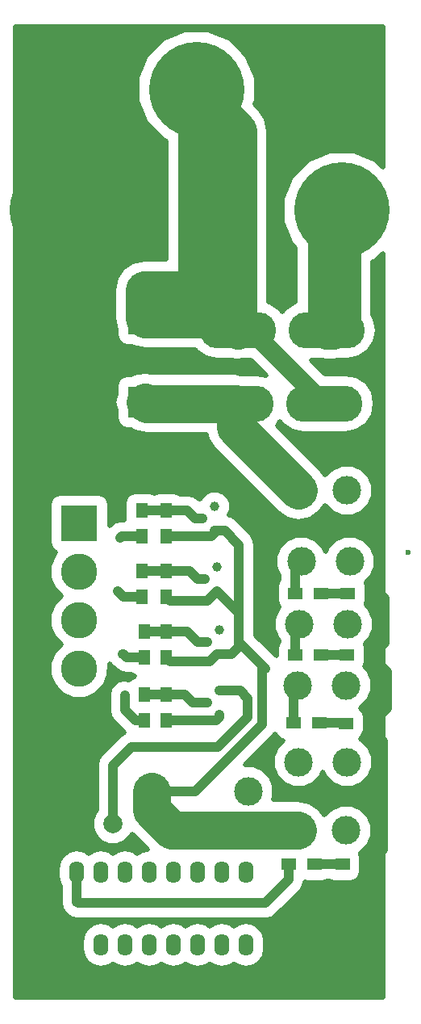
<source format=gbr>
G04 #@! TF.FileFunction,Copper,L1,Top,Signal*
%FSLAX46Y46*%
G04 Gerber Fmt 4.6, Leading zero omitted, Abs format (unit mm)*
G04 Created by KiCad (PCBNEW 4.0.6) date Tuesday, 03 August 2021 'AMt' 11:20:22*
%MOMM*%
%LPD*%
G01*
G04 APERTURE LIST*
%ADD10C,0.100000*%
%ADD11R,3.600000X3.200000*%
%ADD12C,1.998980*%
%ADD13C,1.000760*%
%ADD14R,1.300000X1.500000*%
%ADD15O,1.600000X2.300000*%
%ADD16C,3.000000*%
%ADD17C,3.810000*%
%ADD18R,3.810000X3.810000*%
%ADD19O,8.000000X3.800000*%
%ADD20C,10.000000*%
%ADD21R,1.500000X1.300000*%
%ADD22C,0.600000*%
%ADD23C,4.000000*%
%ADD24C,1.000000*%
%ADD25C,2.000000*%
%ADD26C,0.500000*%
G04 APERTURE END LIST*
D10*
D11*
X17175000Y66885000D03*
X8975000Y66885000D03*
D12*
X6200000Y22654000D03*
X13820000Y22654000D03*
D13*
X23726000Y35354000D03*
X24996000Y36624000D03*
X24996000Y34084000D03*
X23218000Y54658000D03*
X24488000Y55928000D03*
X24488000Y53388000D03*
X23472000Y48308000D03*
X24742000Y49578000D03*
X24742000Y47038000D03*
X23726000Y41704000D03*
X24996000Y42974000D03*
X24996000Y40434000D03*
D14*
X17122000Y36196000D03*
X17122000Y33496000D03*
X16868000Y55500000D03*
X16868000Y52800000D03*
X16868000Y49150000D03*
X16868000Y46450000D03*
X17122000Y42800000D03*
X17122000Y40100000D03*
X19408000Y36196000D03*
X19408000Y33496000D03*
X19408000Y55500000D03*
X19408000Y52800000D03*
X19408000Y49150000D03*
X19408000Y46450000D03*
X19408000Y42800000D03*
X19408000Y40100000D03*
D15*
X10010000Y9954000D03*
X12550000Y9954000D03*
X15090000Y9954000D03*
X17630000Y9954000D03*
X20170000Y9954000D03*
X22710000Y9954000D03*
X25250000Y9954000D03*
X27790000Y9954000D03*
X27790000Y17574000D03*
X25250000Y17574000D03*
X22710000Y17574000D03*
X20170000Y17574000D03*
X17630000Y17574000D03*
X15090000Y17574000D03*
X12550000Y17574000D03*
X10010000Y17574000D03*
D11*
X17180000Y75600000D03*
X8980000Y75600000D03*
D16*
X28020000Y26080000D03*
X17860000Y26080000D03*
D17*
X10264000Y49070000D03*
X10264000Y43990000D03*
D18*
X10264000Y54150000D03*
D17*
X10264000Y38910000D03*
X10264000Y33830000D03*
X10264000Y28750000D03*
D19*
X36000000Y66735000D03*
X26700000Y66735000D03*
X36225000Y74435000D03*
X26925000Y74435000D03*
D20*
X22580000Y99680000D03*
X37840000Y86990000D03*
D16*
X33570000Y50180000D03*
X38650000Y50180000D03*
X33390000Y43600000D03*
X38470000Y43600000D03*
X33210000Y37200000D03*
X38290000Y37200000D03*
X38290000Y21990000D03*
X33210000Y21990000D03*
X38380000Y57640000D03*
X33300000Y57640000D03*
X38370000Y29160000D03*
X33290000Y29160000D03*
X34510000Y8260000D03*
X39590000Y8260000D03*
X34790000Y14120000D03*
X39870000Y14120000D03*
D20*
X8000000Y87050000D03*
D21*
X32270000Y18440000D03*
X34970000Y18440000D03*
X32970000Y46850000D03*
X35670000Y46850000D03*
X32970000Y40370000D03*
X35670000Y40370000D03*
X32740000Y33270000D03*
X35440000Y33270000D03*
X40590000Y18430000D03*
X37890000Y18430000D03*
X41180000Y46850000D03*
X38480000Y46850000D03*
X41060000Y40420000D03*
X38360000Y40420000D03*
X40940000Y33190000D03*
X38240000Y33190000D03*
D22*
X44808000Y51102000D03*
X14328000Y47038000D03*
X15090000Y36116000D03*
X14836000Y40434000D03*
X14582000Y52626000D03*
D23*
X26700000Y66735000D02*
X26700000Y64240000D01*
X26700000Y64240000D02*
X33300000Y57640000D01*
X26700000Y66735000D02*
X17325000Y66735000D01*
X17325000Y66735000D02*
X17175000Y66885000D01*
D24*
X24996000Y34084000D02*
X24996000Y33830000D01*
X24996000Y33830000D02*
X24662000Y33496000D01*
X24662000Y33496000D02*
X19408000Y33496000D01*
D25*
X26925000Y74435000D02*
X28300000Y74435000D01*
X28300000Y74435000D02*
X36000000Y66735000D01*
D23*
X26925000Y74435000D02*
X26925000Y95335000D01*
X26925000Y95335000D02*
X22580000Y99680000D01*
X22580000Y99680000D02*
X22580000Y94990000D01*
X22580000Y94990000D02*
X24650000Y92920000D01*
X24650000Y92920000D02*
X24650000Y75600000D01*
X24650000Y75600000D02*
X26925000Y74435000D01*
X26925000Y95335000D02*
X22580000Y99680000D01*
X22640000Y75600000D02*
X22640000Y99620000D01*
X22640000Y99620000D02*
X22580000Y99680000D01*
X17180000Y75600000D02*
X22640000Y75600000D01*
X22640000Y75600000D02*
X25760000Y75600000D01*
X25760000Y75600000D02*
X26925000Y74435000D01*
X25760000Y75600000D02*
X26925000Y74435000D01*
X17100000Y78635000D02*
X22725000Y78635000D01*
X17100000Y75680000D02*
X17100000Y78635000D01*
X22725000Y78635000D02*
X26925000Y74435000D01*
X17100000Y75680000D02*
X17180000Y75600000D01*
D24*
X17860000Y26080000D02*
X22420000Y26080000D01*
X29440000Y33100000D02*
X29440000Y39290000D01*
X22420000Y26080000D02*
X29440000Y33100000D01*
D23*
X33210000Y21990000D02*
X20020000Y21990000D01*
X17860000Y24150000D02*
X17860000Y26080000D01*
X20020000Y21990000D02*
X17860000Y24150000D01*
D24*
X27028000Y44752000D02*
X27028000Y51928000D01*
X25568000Y53388000D02*
X24488000Y53388000D01*
X27028000Y51928000D02*
X25568000Y53388000D01*
X29790000Y38940000D02*
X29440000Y39290000D01*
X29440000Y39290000D02*
X27028000Y41702000D01*
X24996000Y40434000D02*
X25250000Y40434000D01*
X24996000Y40434000D02*
X26266000Y40434000D01*
X27028000Y44752000D02*
X24742000Y47038000D01*
X27028000Y41196000D02*
X27028000Y41702000D01*
X27028000Y41702000D02*
X27028000Y44752000D01*
X26266000Y40434000D02*
X27028000Y41196000D01*
X24996000Y40434000D02*
X24742000Y40434000D01*
X24742000Y40434000D02*
X23980000Y39672000D01*
X23980000Y39672000D02*
X19836000Y39672000D01*
X19836000Y39672000D02*
X19408000Y40100000D01*
X24742000Y47038000D02*
X23726000Y46022000D01*
X23726000Y46022000D02*
X19836000Y46022000D01*
X19836000Y46022000D02*
X19408000Y46450000D01*
X24488000Y53388000D02*
X24488000Y53134000D01*
X24488000Y53134000D02*
X24154000Y52800000D01*
X24154000Y52800000D02*
X19408000Y52800000D01*
X16868000Y46450000D02*
X14916000Y46450000D01*
X14916000Y46450000D02*
X14328000Y47038000D01*
X17122000Y33496000D02*
X16186000Y33496000D01*
X15090000Y34592000D02*
X15090000Y36116000D01*
X16186000Y33496000D02*
X15090000Y34592000D01*
X17122000Y40100000D02*
X15264000Y40100000D01*
X14930000Y40434000D02*
X14836000Y40434000D01*
X15264000Y40100000D02*
X14930000Y40434000D01*
X16868000Y52800000D02*
X14756000Y52800000D01*
X14756000Y52800000D02*
X14582000Y52626000D01*
X19408000Y36196000D02*
X17122000Y36196000D01*
X23726000Y35354000D02*
X22202000Y35354000D01*
X21360000Y36196000D02*
X19408000Y36196000D01*
X22202000Y35354000D02*
X21360000Y36196000D01*
X19408000Y55500000D02*
X16868000Y55500000D01*
X23218000Y54658000D02*
X22456000Y54658000D01*
X21614000Y55500000D02*
X19408000Y55500000D01*
X22456000Y54658000D02*
X21614000Y55500000D01*
X19408000Y49150000D02*
X16868000Y49150000D01*
X19408000Y49150000D02*
X19074000Y49150000D01*
X23472000Y48308000D02*
X22710000Y48308000D01*
X21868000Y49150000D02*
X19408000Y49150000D01*
X22710000Y48308000D02*
X21868000Y49150000D01*
X19408000Y42800000D02*
X17122000Y42800000D01*
X23726000Y41704000D02*
X22710000Y41704000D01*
X21614000Y42800000D02*
X19408000Y42800000D01*
X22710000Y41704000D02*
X21614000Y42800000D01*
D23*
X36225000Y74435000D02*
X36955000Y74435000D01*
X36955000Y74435000D02*
X37840000Y75320000D01*
X37840000Y75320000D02*
X37840000Y86990000D01*
X36225000Y74435000D02*
X36225000Y85375000D01*
X36225000Y85375000D02*
X37840000Y86990000D01*
D24*
X40590000Y18430000D02*
X40590000Y14840000D01*
X40590000Y14840000D02*
X39870000Y14120000D01*
X40940000Y33190000D02*
X40940000Y32520000D01*
X42170000Y20010000D02*
X40590000Y18430000D01*
X42170000Y31290000D02*
X42170000Y20010000D01*
X40940000Y32520000D02*
X42170000Y31290000D01*
X41060000Y40420000D02*
X41060000Y40090000D01*
X41060000Y40090000D02*
X42550000Y38600000D01*
X42550000Y34800000D02*
X40940000Y33190000D01*
X42550000Y38600000D02*
X42550000Y34800000D01*
X41180000Y46850000D02*
X41760000Y46850000D01*
X41760000Y46850000D02*
X42320000Y46290000D01*
X42320000Y46290000D02*
X42320000Y41680000D01*
X42320000Y41680000D02*
X41060000Y40420000D01*
D23*
X39590000Y8260000D02*
X34510000Y8260000D01*
X39870000Y14120000D02*
X34790000Y14120000D01*
X8000000Y87050000D02*
X8000000Y85490000D01*
X8000000Y85490000D02*
X5430000Y82920000D01*
X5430000Y82920000D02*
X5430000Y70430000D01*
X5430000Y70430000D02*
X8975000Y66885000D01*
X8980000Y75600000D02*
X8980000Y84990000D01*
X8980000Y84990000D02*
X8935000Y85035000D01*
D25*
X7690000Y61990000D02*
X7690000Y65600000D01*
X7690000Y65600000D02*
X8975000Y66885000D01*
D23*
X8935000Y85035000D02*
X8900000Y85000000D01*
X8900000Y85000000D02*
X8900000Y78635000D01*
X8900000Y78635000D02*
X8900000Y66960000D01*
X8900000Y66960000D02*
X8975000Y66885000D01*
D25*
X5184000Y59484000D02*
X7690000Y61990000D01*
X7690000Y61990000D02*
X7978000Y62278000D01*
X5184000Y26210000D02*
X5184000Y59484000D01*
X6200000Y22654000D02*
X6200000Y25194000D01*
X6200000Y25194000D02*
X5184000Y26210000D01*
D24*
X32970000Y40370000D02*
X32970000Y43180000D01*
X32970000Y43180000D02*
X33390000Y43600000D01*
X32740000Y33270000D02*
X32740000Y36730000D01*
X32740000Y36730000D02*
X33210000Y37200000D01*
X32970000Y46850000D02*
X32970000Y49580000D01*
X32970000Y49580000D02*
X33570000Y50180000D01*
X10010000Y17574000D02*
X10010000Y14480000D01*
X32270000Y16830000D02*
X32270000Y18440000D01*
X29790000Y14350000D02*
X32270000Y16830000D01*
X10140000Y14350000D02*
X29790000Y14350000D01*
X10010000Y14480000D02*
X10140000Y14350000D01*
X13820000Y22654000D02*
X13820000Y28780000D01*
X27166000Y36624000D02*
X24996000Y36624000D01*
X27939998Y35850002D02*
X27166000Y36624000D01*
X27939998Y33820000D02*
X27939998Y35850002D01*
X24829998Y30710000D02*
X27939998Y33820000D01*
X15750000Y30710000D02*
X24829998Y30710000D01*
X13820000Y28780000D02*
X15750000Y30710000D01*
X24996000Y36624000D02*
X26266000Y36624000D01*
X34970000Y18440000D02*
X37880000Y18440000D01*
X37880000Y18440000D02*
X37890000Y18430000D01*
X35670000Y46850000D02*
X38480000Y46850000D01*
X35670000Y40370000D02*
X38310000Y40370000D01*
X38310000Y40370000D02*
X38360000Y40420000D01*
X35440000Y33270000D02*
X38160000Y33270000D01*
X38160000Y33270000D02*
X38240000Y33190000D01*
D26*
G36*
X42155000Y91514021D02*
X41384963Y92285403D01*
X39088656Y93238913D01*
X36602252Y93241083D01*
X34304284Y92291582D01*
X32544597Y90534963D01*
X31591087Y88238656D01*
X31588917Y85752252D01*
X32538418Y83454284D01*
X32975000Y83016939D01*
X32975000Y77376710D01*
X32816693Y77345221D01*
X31794760Y76662386D01*
X31575000Y76333492D01*
X31355240Y76662386D01*
X30333307Y77345221D01*
X30175000Y77376710D01*
X30175000Y95335000D01*
X29927608Y96578721D01*
X29223097Y97633097D01*
X28710359Y98145835D01*
X28828913Y98431344D01*
X28831083Y100917748D01*
X27881582Y103215716D01*
X26124963Y104975403D01*
X23828656Y105928913D01*
X21342252Y105931083D01*
X19044284Y104981582D01*
X17284597Y103224963D01*
X16331087Y100928656D01*
X16328917Y98442252D01*
X17278418Y96144284D01*
X19035037Y94384597D01*
X19390000Y94237203D01*
X19390000Y81885000D01*
X17100000Y81885000D01*
X15856279Y81637608D01*
X14801903Y80933097D01*
X14097392Y79878721D01*
X13850000Y78635000D01*
X13850000Y75680000D01*
X14097392Y74436279D01*
X14105512Y74424127D01*
X14105512Y74000000D01*
X14192673Y73536778D01*
X14466437Y73111337D01*
X14884153Y72825924D01*
X15380000Y72725512D01*
X15744534Y72725512D01*
X15936279Y72597392D01*
X17180000Y72350000D01*
X22399621Y72350000D01*
X22494760Y72207614D01*
X23516693Y71524779D01*
X24722146Y71285000D01*
X26348686Y71285000D01*
X26663424Y71195544D01*
X26795040Y71210851D01*
X26925000Y71185000D01*
X27420847Y71283630D01*
X27432624Y71285000D01*
X28268020Y71285000D01*
X29858012Y69695008D01*
X28902854Y69885000D01*
X27202733Y69885000D01*
X26700000Y69985000D01*
X17929099Y69985000D01*
X17175000Y70135000D01*
X15931279Y69887608D01*
X15739534Y69759488D01*
X15375000Y69759488D01*
X14911778Y69672327D01*
X14486337Y69398563D01*
X14200924Y68980847D01*
X14100512Y68485000D01*
X14100512Y67767357D01*
X13925000Y66885000D01*
X14100512Y66002643D01*
X14100512Y65285000D01*
X14187673Y64821778D01*
X14461437Y64396337D01*
X14879153Y64110924D01*
X15375000Y64010512D01*
X15665043Y64010512D01*
X16081279Y63732392D01*
X17325000Y63485000D01*
X23600179Y63485000D01*
X23697392Y62996279D01*
X24401903Y61941903D01*
X31001903Y55341903D01*
X32056279Y54637392D01*
X33300000Y54390000D01*
X34543721Y54637392D01*
X35598097Y55341903D01*
X36075361Y56056179D01*
X36820216Y55310023D01*
X37830591Y54890478D01*
X38924609Y54889523D01*
X39935715Y55307304D01*
X40709977Y56080216D01*
X41129522Y57090591D01*
X41130477Y58184609D01*
X40712696Y59195715D01*
X39939784Y59969977D01*
X38929409Y60389522D01*
X37835391Y60390477D01*
X36824285Y59972696D01*
X36074857Y59224575D01*
X35598097Y59938097D01*
X31069299Y64466895D01*
X31130240Y64507614D01*
X31350000Y64836508D01*
X31569760Y64507614D01*
X32591693Y63824779D01*
X33797146Y63585000D01*
X38202854Y63585000D01*
X39408307Y63824779D01*
X40430240Y64507614D01*
X41113075Y65529547D01*
X41352854Y66735000D01*
X41113075Y67940453D01*
X40430240Y68962386D01*
X39408307Y69645221D01*
X38202854Y69885000D01*
X36031981Y69885000D01*
X34631981Y71285000D01*
X35722267Y71285000D01*
X36225000Y71185000D01*
X36955000Y71185000D01*
X37457733Y71285000D01*
X38427854Y71285000D01*
X39633307Y71524779D01*
X40655240Y72207614D01*
X41338075Y73229547D01*
X41577854Y74435000D01*
X41338075Y75640453D01*
X41090000Y76011723D01*
X41090000Y81570363D01*
X41375716Y81688418D01*
X42155000Y82466343D01*
X42155000Y4495000D01*
X3565000Y4495000D01*
X3565000Y10351019D01*
X10500000Y10351019D01*
X10500000Y9556981D01*
X10656047Y8772480D01*
X11100431Y8107412D01*
X11765499Y7663028D01*
X12550000Y7506981D01*
X13334501Y7663028D01*
X13820000Y7987428D01*
X14305499Y7663028D01*
X15090000Y7506981D01*
X15874501Y7663028D01*
X16360000Y7987428D01*
X16845499Y7663028D01*
X17630000Y7506981D01*
X18414501Y7663028D01*
X18900000Y7987428D01*
X19385499Y7663028D01*
X20170000Y7506981D01*
X20954501Y7663028D01*
X21440000Y7987428D01*
X21925499Y7663028D01*
X22710000Y7506981D01*
X23494501Y7663028D01*
X23980000Y7987428D01*
X24465499Y7663028D01*
X25250000Y7506981D01*
X26034501Y7663028D01*
X26520000Y7987428D01*
X27005499Y7663028D01*
X27790000Y7506981D01*
X28574501Y7663028D01*
X29239569Y8107412D01*
X29683953Y8772480D01*
X29840000Y9556981D01*
X29840000Y10351019D01*
X29683953Y11135520D01*
X29239569Y11800588D01*
X28574501Y12244972D01*
X27790000Y12401019D01*
X27005499Y12244972D01*
X26520000Y11920572D01*
X26034501Y12244972D01*
X25250000Y12401019D01*
X24465499Y12244972D01*
X23980000Y11920572D01*
X23494501Y12244972D01*
X22710000Y12401019D01*
X21925499Y12244972D01*
X21440000Y11920572D01*
X20954501Y12244972D01*
X20170000Y12401019D01*
X19385499Y12244972D01*
X18900000Y11920572D01*
X18414501Y12244972D01*
X17630000Y12401019D01*
X16845499Y12244972D01*
X16360000Y11920572D01*
X15874501Y12244972D01*
X15090000Y12401019D01*
X14305499Y12244972D01*
X13820000Y11920572D01*
X13334501Y12244972D01*
X12550000Y12401019D01*
X11765499Y12244972D01*
X11100431Y11800588D01*
X10656047Y11135520D01*
X10500000Y10351019D01*
X3565000Y10351019D01*
X3565000Y56055000D01*
X7084512Y56055000D01*
X7084512Y52245000D01*
X7171673Y51781778D01*
X7445437Y51356337D01*
X7827251Y51095455D01*
X7590881Y50859497D01*
X7109549Y49700322D01*
X7108454Y48445185D01*
X7587762Y47285171D01*
X8342155Y46529461D01*
X7590881Y45779497D01*
X7109549Y44620322D01*
X7108454Y43365185D01*
X7587762Y42205171D01*
X8342155Y41449461D01*
X7590881Y40699497D01*
X7109549Y39540322D01*
X7108454Y38285185D01*
X7587762Y37125171D01*
X8474503Y36236881D01*
X9633678Y35755549D01*
X10888815Y35754454D01*
X12048829Y36233762D01*
X12937119Y37120503D01*
X13418451Y38279678D01*
X13419485Y39464573D01*
X13598563Y39196563D01*
X13881847Y39007279D01*
X14026563Y38862563D01*
X14594304Y38483211D01*
X15264000Y38350000D01*
X15721384Y38350000D01*
X15976153Y38175924D01*
X16100903Y38150661D01*
X16008778Y38133327D01*
X15583337Y37859563D01*
X15528181Y37778840D01*
X15090000Y37866000D01*
X14420304Y37732789D01*
X13852563Y37353437D01*
X13473211Y36785696D01*
X13340000Y36116000D01*
X13340000Y34592000D01*
X13473211Y33922304D01*
X13852563Y33354563D01*
X14948563Y32258563D01*
X14963380Y32248663D01*
X14512563Y31947437D01*
X12582563Y30017437D01*
X12203211Y29449696D01*
X12070000Y28780000D01*
X12070000Y24085538D01*
X11914087Y23929897D01*
X11570901Y23103414D01*
X11570120Y22208512D01*
X11911863Y21381431D01*
X12544103Y20748087D01*
X13370586Y20404901D01*
X14265488Y20404120D01*
X15092569Y20745863D01*
X15725913Y21378103D01*
X15816807Y21596999D01*
X17432143Y19981663D01*
X16845499Y19864972D01*
X16360000Y19540572D01*
X15874501Y19864972D01*
X15090000Y20021019D01*
X14305499Y19864972D01*
X13820000Y19540572D01*
X13334501Y19864972D01*
X12550000Y20021019D01*
X11765499Y19864972D01*
X11280000Y19540572D01*
X10794501Y19864972D01*
X10010000Y20021019D01*
X9225499Y19864972D01*
X8560431Y19420588D01*
X8116047Y18755520D01*
X7960000Y17971019D01*
X7960000Y17176981D01*
X8116047Y16392480D01*
X8260000Y16177039D01*
X8260000Y14480000D01*
X8393211Y13810304D01*
X8772563Y13242563D01*
X8902563Y13112563D01*
X9470304Y12733211D01*
X10140000Y12600000D01*
X29790000Y12600000D01*
X30459696Y12733211D01*
X31027437Y13112563D01*
X33507437Y15592563D01*
X33886789Y16160304D01*
X33967611Y16566622D01*
X34220000Y16515512D01*
X35720000Y16515512D01*
X36183222Y16602673D01*
X36318932Y16690000D01*
X36521104Y16690000D01*
X36644153Y16605924D01*
X37140000Y16505512D01*
X38640000Y16505512D01*
X39103222Y16592673D01*
X39528663Y16866437D01*
X39814076Y17284153D01*
X39914488Y17780000D01*
X39914488Y19080000D01*
X39827327Y19543222D01*
X39773198Y19627341D01*
X39845715Y19657304D01*
X40619977Y20430216D01*
X41039522Y21440591D01*
X41040477Y22534609D01*
X40622696Y23545715D01*
X39849784Y24319977D01*
X38839409Y24739522D01*
X37745391Y24740477D01*
X36734285Y24322696D01*
X35984857Y23574575D01*
X35508097Y24288097D01*
X34453721Y24992608D01*
X33210000Y25240000D01*
X30648858Y25240000D01*
X30769522Y25530591D01*
X30770477Y26624609D01*
X30352696Y27635715D01*
X29579784Y28409977D01*
X28569409Y28829522D01*
X27645203Y28830329D01*
X30677437Y31862563D01*
X30837677Y32102380D01*
X31076437Y31731337D01*
X31494153Y31445924D01*
X31654835Y31413385D01*
X30960023Y30719784D01*
X30540478Y29709409D01*
X30539523Y28615391D01*
X30957304Y27604285D01*
X31730216Y26830023D01*
X32740591Y26410478D01*
X33834609Y26409523D01*
X34845715Y26827304D01*
X35619977Y27600216D01*
X35829998Y28106003D01*
X36037304Y27604285D01*
X36810216Y26830023D01*
X37820591Y26410478D01*
X38914609Y26409523D01*
X39925715Y26827304D01*
X40699977Y27600216D01*
X41119522Y28610591D01*
X41120477Y29704609D01*
X40702696Y30715715D01*
X39929784Y31489977D01*
X39769821Y31556399D01*
X39878663Y31626437D01*
X40164076Y32044153D01*
X40264488Y32540000D01*
X40264488Y33840000D01*
X40177327Y34303222D01*
X39903563Y34728663D01*
X39755320Y34829953D01*
X39845715Y34867304D01*
X40619977Y35640216D01*
X41039522Y36650591D01*
X41040477Y37744609D01*
X40622696Y38755715D01*
X40211376Y39167753D01*
X40284076Y39274153D01*
X40384488Y39770000D01*
X40384488Y41070000D01*
X40297327Y41533222D01*
X40295282Y41536401D01*
X40799977Y42040216D01*
X41219522Y43050591D01*
X41220477Y44144609D01*
X40802696Y45155715D01*
X40343588Y45615625D01*
X40404076Y45704153D01*
X40504488Y46200000D01*
X40504488Y47500000D01*
X40417327Y47963222D01*
X40379978Y48021263D01*
X40979977Y48620216D01*
X41399522Y49630591D01*
X41400477Y50724609D01*
X40982696Y51735715D01*
X40209784Y52509977D01*
X39199409Y52929522D01*
X38105391Y52930477D01*
X37094285Y52512696D01*
X36320023Y51739784D01*
X36110002Y51233997D01*
X35902696Y51735715D01*
X35129784Y52509977D01*
X34119409Y52929522D01*
X33025391Y52930477D01*
X32014285Y52512696D01*
X31240023Y51739784D01*
X30820478Y50729409D01*
X30819523Y49635391D01*
X31220000Y48666164D01*
X31220000Y48250616D01*
X31045924Y47995847D01*
X30945512Y47500000D01*
X30945512Y46200000D01*
X31032673Y45736778D01*
X31269438Y45368834D01*
X31060023Y45159784D01*
X30640478Y44149409D01*
X30639523Y43055391D01*
X31057304Y42044285D01*
X31220000Y41881305D01*
X31220000Y41770616D01*
X31045924Y41515847D01*
X30945512Y41020000D01*
X30945512Y40259362D01*
X28778000Y42426874D01*
X28778000Y51928000D01*
X28644789Y52597696D01*
X28265437Y53165437D01*
X26805437Y54625437D01*
X26237696Y55004789D01*
X26018073Y55048475D01*
X26238076Y55578300D01*
X26238683Y56274645D01*
X25972765Y56918215D01*
X25480805Y57411035D01*
X24837700Y57678076D01*
X24141355Y57678683D01*
X23497785Y57412765D01*
X23004965Y56920805D01*
X22906118Y56682756D01*
X22851437Y56737437D01*
X22283696Y57116789D01*
X21614000Y57250000D01*
X20808616Y57250000D01*
X20553847Y57424076D01*
X20058000Y57524488D01*
X18758000Y57524488D01*
X18294778Y57437327D01*
X18140113Y57337802D01*
X18013847Y57424076D01*
X17518000Y57524488D01*
X16218000Y57524488D01*
X15754778Y57437327D01*
X15329337Y57163563D01*
X15043924Y56745847D01*
X14943512Y56250000D01*
X14943512Y54750000D01*
X14981144Y54550000D01*
X14756000Y54550000D01*
X14086304Y54416789D01*
X13518563Y54037437D01*
X13443488Y53962362D01*
X13443488Y56055000D01*
X13356327Y56518222D01*
X13082563Y56943663D01*
X12664847Y57229076D01*
X12169000Y57329488D01*
X8359000Y57329488D01*
X7895778Y57242327D01*
X7470337Y56968563D01*
X7184924Y56550847D01*
X7084512Y56055000D01*
X3565000Y56055000D01*
X3565000Y106285000D01*
X42155000Y106285000D01*
X42155000Y91514021D01*
X42155000Y91514021D01*
G37*
X42155000Y91514021D02*
X41384963Y92285403D01*
X39088656Y93238913D01*
X36602252Y93241083D01*
X34304284Y92291582D01*
X32544597Y90534963D01*
X31591087Y88238656D01*
X31588917Y85752252D01*
X32538418Y83454284D01*
X32975000Y83016939D01*
X32975000Y77376710D01*
X32816693Y77345221D01*
X31794760Y76662386D01*
X31575000Y76333492D01*
X31355240Y76662386D01*
X30333307Y77345221D01*
X30175000Y77376710D01*
X30175000Y95335000D01*
X29927608Y96578721D01*
X29223097Y97633097D01*
X28710359Y98145835D01*
X28828913Y98431344D01*
X28831083Y100917748D01*
X27881582Y103215716D01*
X26124963Y104975403D01*
X23828656Y105928913D01*
X21342252Y105931083D01*
X19044284Y104981582D01*
X17284597Y103224963D01*
X16331087Y100928656D01*
X16328917Y98442252D01*
X17278418Y96144284D01*
X19035037Y94384597D01*
X19390000Y94237203D01*
X19390000Y81885000D01*
X17100000Y81885000D01*
X15856279Y81637608D01*
X14801903Y80933097D01*
X14097392Y79878721D01*
X13850000Y78635000D01*
X13850000Y75680000D01*
X14097392Y74436279D01*
X14105512Y74424127D01*
X14105512Y74000000D01*
X14192673Y73536778D01*
X14466437Y73111337D01*
X14884153Y72825924D01*
X15380000Y72725512D01*
X15744534Y72725512D01*
X15936279Y72597392D01*
X17180000Y72350000D01*
X22399621Y72350000D01*
X22494760Y72207614D01*
X23516693Y71524779D01*
X24722146Y71285000D01*
X26348686Y71285000D01*
X26663424Y71195544D01*
X26795040Y71210851D01*
X26925000Y71185000D01*
X27420847Y71283630D01*
X27432624Y71285000D01*
X28268020Y71285000D01*
X29858012Y69695008D01*
X28902854Y69885000D01*
X27202733Y69885000D01*
X26700000Y69985000D01*
X17929099Y69985000D01*
X17175000Y70135000D01*
X15931279Y69887608D01*
X15739534Y69759488D01*
X15375000Y69759488D01*
X14911778Y69672327D01*
X14486337Y69398563D01*
X14200924Y68980847D01*
X14100512Y68485000D01*
X14100512Y67767357D01*
X13925000Y66885000D01*
X14100512Y66002643D01*
X14100512Y65285000D01*
X14187673Y64821778D01*
X14461437Y64396337D01*
X14879153Y64110924D01*
X15375000Y64010512D01*
X15665043Y64010512D01*
X16081279Y63732392D01*
X17325000Y63485000D01*
X23600179Y63485000D01*
X23697392Y62996279D01*
X24401903Y61941903D01*
X31001903Y55341903D01*
X32056279Y54637392D01*
X33300000Y54390000D01*
X34543721Y54637392D01*
X35598097Y55341903D01*
X36075361Y56056179D01*
X36820216Y55310023D01*
X37830591Y54890478D01*
X38924609Y54889523D01*
X39935715Y55307304D01*
X40709977Y56080216D01*
X41129522Y57090591D01*
X41130477Y58184609D01*
X40712696Y59195715D01*
X39939784Y59969977D01*
X38929409Y60389522D01*
X37835391Y60390477D01*
X36824285Y59972696D01*
X36074857Y59224575D01*
X35598097Y59938097D01*
X31069299Y64466895D01*
X31130240Y64507614D01*
X31350000Y64836508D01*
X31569760Y64507614D01*
X32591693Y63824779D01*
X33797146Y63585000D01*
X38202854Y63585000D01*
X39408307Y63824779D01*
X40430240Y64507614D01*
X41113075Y65529547D01*
X41352854Y66735000D01*
X41113075Y67940453D01*
X40430240Y68962386D01*
X39408307Y69645221D01*
X38202854Y69885000D01*
X36031981Y69885000D01*
X34631981Y71285000D01*
X35722267Y71285000D01*
X36225000Y71185000D01*
X36955000Y71185000D01*
X37457733Y71285000D01*
X38427854Y71285000D01*
X39633307Y71524779D01*
X40655240Y72207614D01*
X41338075Y73229547D01*
X41577854Y74435000D01*
X41338075Y75640453D01*
X41090000Y76011723D01*
X41090000Y81570363D01*
X41375716Y81688418D01*
X42155000Y82466343D01*
X42155000Y4495000D01*
X3565000Y4495000D01*
X3565000Y10351019D01*
X10500000Y10351019D01*
X10500000Y9556981D01*
X10656047Y8772480D01*
X11100431Y8107412D01*
X11765499Y7663028D01*
X12550000Y7506981D01*
X13334501Y7663028D01*
X13820000Y7987428D01*
X14305499Y7663028D01*
X15090000Y7506981D01*
X15874501Y7663028D01*
X16360000Y7987428D01*
X16845499Y7663028D01*
X17630000Y7506981D01*
X18414501Y7663028D01*
X18900000Y7987428D01*
X19385499Y7663028D01*
X20170000Y7506981D01*
X20954501Y7663028D01*
X21440000Y7987428D01*
X21925499Y7663028D01*
X22710000Y7506981D01*
X23494501Y7663028D01*
X23980000Y7987428D01*
X24465499Y7663028D01*
X25250000Y7506981D01*
X26034501Y7663028D01*
X26520000Y7987428D01*
X27005499Y7663028D01*
X27790000Y7506981D01*
X28574501Y7663028D01*
X29239569Y8107412D01*
X29683953Y8772480D01*
X29840000Y9556981D01*
X29840000Y10351019D01*
X29683953Y11135520D01*
X29239569Y11800588D01*
X28574501Y12244972D01*
X27790000Y12401019D01*
X27005499Y12244972D01*
X26520000Y11920572D01*
X26034501Y12244972D01*
X25250000Y12401019D01*
X24465499Y12244972D01*
X23980000Y11920572D01*
X23494501Y12244972D01*
X22710000Y12401019D01*
X21925499Y12244972D01*
X21440000Y11920572D01*
X20954501Y12244972D01*
X20170000Y12401019D01*
X19385499Y12244972D01*
X18900000Y11920572D01*
X18414501Y12244972D01*
X17630000Y12401019D01*
X16845499Y12244972D01*
X16360000Y11920572D01*
X15874501Y12244972D01*
X15090000Y12401019D01*
X14305499Y12244972D01*
X13820000Y11920572D01*
X13334501Y12244972D01*
X12550000Y12401019D01*
X11765499Y12244972D01*
X11100431Y11800588D01*
X10656047Y11135520D01*
X10500000Y10351019D01*
X3565000Y10351019D01*
X3565000Y56055000D01*
X7084512Y56055000D01*
X7084512Y52245000D01*
X7171673Y51781778D01*
X7445437Y51356337D01*
X7827251Y51095455D01*
X7590881Y50859497D01*
X7109549Y49700322D01*
X7108454Y48445185D01*
X7587762Y47285171D01*
X8342155Y46529461D01*
X7590881Y45779497D01*
X7109549Y44620322D01*
X7108454Y43365185D01*
X7587762Y42205171D01*
X8342155Y41449461D01*
X7590881Y40699497D01*
X7109549Y39540322D01*
X7108454Y38285185D01*
X7587762Y37125171D01*
X8474503Y36236881D01*
X9633678Y35755549D01*
X10888815Y35754454D01*
X12048829Y36233762D01*
X12937119Y37120503D01*
X13418451Y38279678D01*
X13419485Y39464573D01*
X13598563Y39196563D01*
X13881847Y39007279D01*
X14026563Y38862563D01*
X14594304Y38483211D01*
X15264000Y38350000D01*
X15721384Y38350000D01*
X15976153Y38175924D01*
X16100903Y38150661D01*
X16008778Y38133327D01*
X15583337Y37859563D01*
X15528181Y37778840D01*
X15090000Y37866000D01*
X14420304Y37732789D01*
X13852563Y37353437D01*
X13473211Y36785696D01*
X13340000Y36116000D01*
X13340000Y34592000D01*
X13473211Y33922304D01*
X13852563Y33354563D01*
X14948563Y32258563D01*
X14963380Y32248663D01*
X14512563Y31947437D01*
X12582563Y30017437D01*
X12203211Y29449696D01*
X12070000Y28780000D01*
X12070000Y24085538D01*
X11914087Y23929897D01*
X11570901Y23103414D01*
X11570120Y22208512D01*
X11911863Y21381431D01*
X12544103Y20748087D01*
X13370586Y20404901D01*
X14265488Y20404120D01*
X15092569Y20745863D01*
X15725913Y21378103D01*
X15816807Y21596999D01*
X17432143Y19981663D01*
X16845499Y19864972D01*
X16360000Y19540572D01*
X15874501Y19864972D01*
X15090000Y20021019D01*
X14305499Y19864972D01*
X13820000Y19540572D01*
X13334501Y19864972D01*
X12550000Y20021019D01*
X11765499Y19864972D01*
X11280000Y19540572D01*
X10794501Y19864972D01*
X10010000Y20021019D01*
X9225499Y19864972D01*
X8560431Y19420588D01*
X8116047Y18755520D01*
X7960000Y17971019D01*
X7960000Y17176981D01*
X8116047Y16392480D01*
X8260000Y16177039D01*
X8260000Y14480000D01*
X8393211Y13810304D01*
X8772563Y13242563D01*
X8902563Y13112563D01*
X9470304Y12733211D01*
X10140000Y12600000D01*
X29790000Y12600000D01*
X30459696Y12733211D01*
X31027437Y13112563D01*
X33507437Y15592563D01*
X33886789Y16160304D01*
X33967611Y16566622D01*
X34220000Y16515512D01*
X35720000Y16515512D01*
X36183222Y16602673D01*
X36318932Y16690000D01*
X36521104Y16690000D01*
X36644153Y16605924D01*
X37140000Y16505512D01*
X38640000Y16505512D01*
X39103222Y16592673D01*
X39528663Y16866437D01*
X39814076Y17284153D01*
X39914488Y17780000D01*
X39914488Y19080000D01*
X39827327Y19543222D01*
X39773198Y19627341D01*
X39845715Y19657304D01*
X40619977Y20430216D01*
X41039522Y21440591D01*
X41040477Y22534609D01*
X40622696Y23545715D01*
X39849784Y24319977D01*
X38839409Y24739522D01*
X37745391Y24740477D01*
X36734285Y24322696D01*
X35984857Y23574575D01*
X35508097Y24288097D01*
X34453721Y24992608D01*
X33210000Y25240000D01*
X30648858Y25240000D01*
X30769522Y25530591D01*
X30770477Y26624609D01*
X30352696Y27635715D01*
X29579784Y28409977D01*
X28569409Y28829522D01*
X27645203Y28830329D01*
X30677437Y31862563D01*
X30837677Y32102380D01*
X31076437Y31731337D01*
X31494153Y31445924D01*
X31654835Y31413385D01*
X30960023Y30719784D01*
X30540478Y29709409D01*
X30539523Y28615391D01*
X30957304Y27604285D01*
X31730216Y26830023D01*
X32740591Y26410478D01*
X33834609Y26409523D01*
X34845715Y26827304D01*
X35619977Y27600216D01*
X35829998Y28106003D01*
X36037304Y27604285D01*
X36810216Y26830023D01*
X37820591Y26410478D01*
X38914609Y26409523D01*
X39925715Y26827304D01*
X40699977Y27600216D01*
X41119522Y28610591D01*
X41120477Y29704609D01*
X40702696Y30715715D01*
X39929784Y31489977D01*
X39769821Y31556399D01*
X39878663Y31626437D01*
X40164076Y32044153D01*
X40264488Y32540000D01*
X40264488Y33840000D01*
X40177327Y34303222D01*
X39903563Y34728663D01*
X39755320Y34829953D01*
X39845715Y34867304D01*
X40619977Y35640216D01*
X41039522Y36650591D01*
X41040477Y37744609D01*
X40622696Y38755715D01*
X40211376Y39167753D01*
X40284076Y39274153D01*
X40384488Y39770000D01*
X40384488Y41070000D01*
X40297327Y41533222D01*
X40295282Y41536401D01*
X40799977Y42040216D01*
X41219522Y43050591D01*
X41220477Y44144609D01*
X40802696Y45155715D01*
X40343588Y45615625D01*
X40404076Y45704153D01*
X40504488Y46200000D01*
X40504488Y47500000D01*
X40417327Y47963222D01*
X40379978Y48021263D01*
X40979977Y48620216D01*
X41399522Y49630591D01*
X41400477Y50724609D01*
X40982696Y51735715D01*
X40209784Y52509977D01*
X39199409Y52929522D01*
X38105391Y52930477D01*
X37094285Y52512696D01*
X36320023Y51739784D01*
X36110002Y51233997D01*
X35902696Y51735715D01*
X35129784Y52509977D01*
X34119409Y52929522D01*
X33025391Y52930477D01*
X32014285Y52512696D01*
X31240023Y51739784D01*
X30820478Y50729409D01*
X30819523Y49635391D01*
X31220000Y48666164D01*
X31220000Y48250616D01*
X31045924Y47995847D01*
X30945512Y47500000D01*
X30945512Y46200000D01*
X31032673Y45736778D01*
X31269438Y45368834D01*
X31060023Y45159784D01*
X30640478Y44149409D01*
X30639523Y43055391D01*
X31057304Y42044285D01*
X31220000Y41881305D01*
X31220000Y41770616D01*
X31045924Y41515847D01*
X30945512Y41020000D01*
X30945512Y40259362D01*
X28778000Y42426874D01*
X28778000Y51928000D01*
X28644789Y52597696D01*
X28265437Y53165437D01*
X26805437Y54625437D01*
X26237696Y55004789D01*
X26018073Y55048475D01*
X26238076Y55578300D01*
X26238683Y56274645D01*
X25972765Y56918215D01*
X25480805Y57411035D01*
X24837700Y57678076D01*
X24141355Y57678683D01*
X23497785Y57412765D01*
X23004965Y56920805D01*
X22906118Y56682756D01*
X22851437Y56737437D01*
X22283696Y57116789D01*
X21614000Y57250000D01*
X20808616Y57250000D01*
X20553847Y57424076D01*
X20058000Y57524488D01*
X18758000Y57524488D01*
X18294778Y57437327D01*
X18140113Y57337802D01*
X18013847Y57424076D01*
X17518000Y57524488D01*
X16218000Y57524488D01*
X15754778Y57437327D01*
X15329337Y57163563D01*
X15043924Y56745847D01*
X14943512Y56250000D01*
X14943512Y54750000D01*
X14981144Y54550000D01*
X14756000Y54550000D01*
X14086304Y54416789D01*
X13518563Y54037437D01*
X13443488Y53962362D01*
X13443488Y56055000D01*
X13356327Y56518222D01*
X13082563Y56943663D01*
X12664847Y57229076D01*
X12169000Y57329488D01*
X8359000Y57329488D01*
X7895778Y57242327D01*
X7470337Y56968563D01*
X7184924Y56550847D01*
X7084512Y56055000D01*
X3565000Y56055000D01*
X3565000Y106285000D01*
X42155000Y106285000D01*
X42155000Y91514021D01*
M02*

</source>
